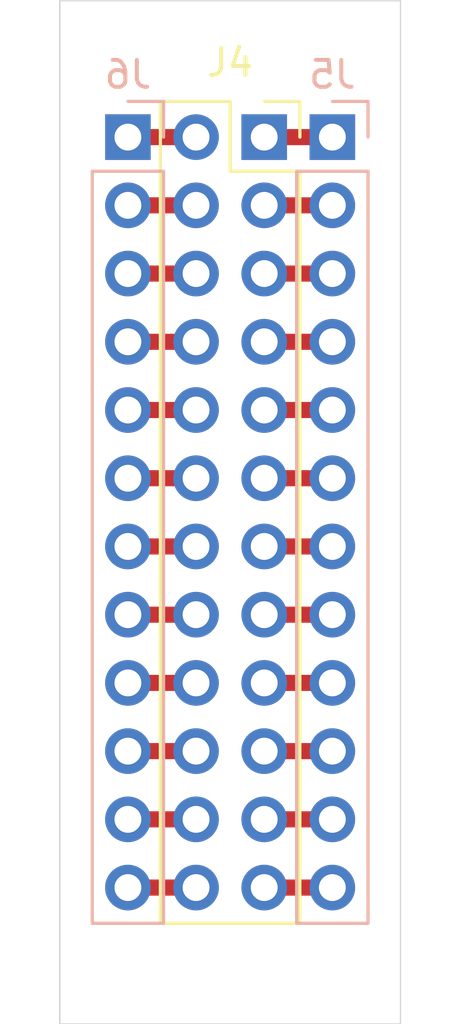
<source format=kicad_pcb>
(kicad_pcb (version 20241229) (generator "pcbnew") (generator_version "9.0")
  (layers (0 "F.Cu" signal) (2 "B.Cu" signal) (13 "F.Paste" user) (15 "B.Paste" user) (5 "F.SilkS" user "F.Silkscreen") (7 "B.SilkS" user "B.Silkscreen") (1 "F.Mask" user) (3 "B.Mask" user) (25 "Edge.Cuts" user))
  (net 0 "")
  (net 1 "Net-(J4-Pin_1)")
  (net 2 "Net-(J4-Pin_19)")
  (net 3 "Net-(J4-Pin_22)")
  (net 4 "Net-(J4-Pin_12)")
  (net 5 "Net-(J4-Pin_7)")
  (net 6 "Net-(J4-Pin_14)")
  (net 7 "Net-(J4-Pin_23)")
  (net 8 "Net-(J4-Pin_15)")
  (net 9 "Net-(J4-Pin_3)")
  (net 10 "Net-(J4-Pin_4)")
  (net 11 "Net-(J4-Pin_8)")
  (net 12 "Net-(J4-Pin_16)")
  (net 13 "Net-(J4-Pin_6)")
  (net 14 "Net-(J4-Pin_5)")
  (net 15 "Net-(J4-Pin_21)")
  (net 16 "Net-(J4-Pin_10)")
  (net 17 "Net-(J4-Pin_11)")
  (net 18 "Net-(J4-Pin_13)")
  (net 19 "Net-(J4-Pin_20)")
  (net 20 "Net-(J4-Pin_17)")
  (net 21 "Net-(J4-Pin_24)")
  (net 22 "Net-(J4-Pin_9)")
  (net 23 "Net-(J4-Pin_18)")
  (net 24 "Net-(J4-Pin_2)")
  (footprint "Connector_PinSocket_2.54mm:PinSocket_2x12_P2.54mm_Vertical" (layer "F.Cu") (at 182.88 68.58)
    (property "Reference" "J4" (at -1.27 -2.77 0) (layer "F.SilkS"))
    (property "Value" "Conn_02x12_Odd_Even")
    (fp_line (start -3.87 -1.33) (end -3.87 29.27) (stroke (width 0.12)) (layer "F.SilkS"))
    (fp_line (start -3.87 -1.33) (end -1.27 -1.33) (stroke (width 0.12)) (layer "F.SilkS"))
    (fp_line (start -3.87 29.27) (end 1.33 29.27) (stroke (width 0.12)) (layer "F.SilkS"))
    (fp_line (start -1.27 -1.33) (end -1.27 1.27) (stroke (width 0.12)) (layer "F.SilkS"))
    (fp_line (start -1.27 1.27) (end 1.33 1.27) (stroke (width 0.12)) (layer "F.SilkS"))
    (fp_line (start 0 -1.33) (end 1.33 -1.33) (stroke (width 0.12)) (layer "F.SilkS"))
    (fp_line (start 1.33 -1.33) (end 1.33 0) (stroke (width 0.12)) (layer "F.SilkS"))
    (fp_line (start 1.33 1.27) (end 1.33 29.27) (stroke (width 0.12)) (layer "F.SilkS"))
    (pad "1" thru_hole rect (at 0 0) (size 1.7 1.7) (drill 1) (layers "*.Cu" "*.Mask") (net 1 "Net-(J4-Pin_1)"))
    (pad "2" thru_hole oval (at -2.54 0) (size 1.7 1.7) (drill 1) (layers "*.Cu" "*.Mask") (net 24 "Net-(J4-Pin_2)"))
    (pad "3" thru_hole oval (at 0 2.54) (size 1.7 1.7) (drill 1) (layers "*.Cu" "*.Mask") (net 9 "Net-(J4-Pin_3)"))
    (pad "4" thru_hole oval (at -2.54 2.54) (size 1.7 1.7) (drill 1) (layers "*.Cu" "*.Mask") (net 10 "Net-(J4-Pin_4)"))
    (pad "5" thru_hole oval (at 0 5.08) (size 1.7 1.7) (drill 1) (layers "*.Cu" "*.Mask") (net 14 "Net-(J4-Pin_5)"))
    (pad "6" thru_hole oval (at -2.54 5.08) (size 1.7 1.7) (drill 1) (layers "*.Cu" "*.Mask") (net 13 "Net-(J4-Pin_6)"))
    (pad "7" thru_hole oval (at 0 7.62) (size 1.7 1.7) (drill 1) (layers "*.Cu" "*.Mask") (net 5 "Net-(J4-Pin_7)"))
    (pad "8" thru_hole oval (at -2.54 7.62) (size 1.7 1.7) (drill 1) (layers "*.Cu" "*.Mask") (net 11 "Net-(J4-Pin_8)"))
    (pad "9" thru_hole oval (at 0 10.16) (size 1.7 1.7) (drill 1) (layers "*.Cu" "*.Mask") (net 22 "Net-(J4-Pin_9)"))
    (pad "10" thru_hole oval (at -2.54 10.16) (size 1.7 1.7) (drill 1) (layers "*.Cu" "*.Mask") (net 16 "Net-(J4-Pin_10)"))
    (pad "11" thru_hole oval (at 0 12.7) (size 1.7 1.7) (drill 1) (layers "*.Cu" "*.Mask") (net 17 "Net-(J4-Pin_11)"))
    (pad "12" thru_hole oval (at -2.54 12.7) (size 1.7 1.7) (drill 1) (layers "*.Cu" "*.Mask") (net 4 "Net-(J4-Pin_12)"))
    (pad "13" thru_hole oval (at 0 15.24) (size 1.7 1.7) (drill 1) (layers "*.Cu" "*.Mask") (net 18 "Net-(J4-Pin_13)"))
    (pad "14" thru_hole oval (at -2.54 15.24) (size 1.7 1.7) (drill 1) (layers "*.Cu" "*.Mask") (net 6 "Net-(J4-Pin_14)"))
    (pad "15" thru_hole oval (at 0 17.78) (size 1.7 1.7) (drill 1) (layers "*.Cu" "*.Mask") (net 8 "Net-(J4-Pin_15)"))
    (pad "16" thru_hole oval (at -2.54 17.78) (size 1.7 1.7) (drill 1) (layers "*.Cu" "*.Mask") (net 12 "Net-(J4-Pin_16)"))
    (pad "17" thru_hole oval (at 0 20.32) (size 1.7 1.7) (drill 1) (layers "*.Cu" "*.Mask") (net 20 "Net-(J4-Pin_17)"))
    (pad "18" thru_hole oval (at -2.54 20.32) (size 1.7 1.7) (drill 1) (layers "*.Cu" "*.Mask") (net 23 "Net-(J4-Pin_18)"))
    (pad "19" thru_hole oval (at 0 22.86) (size 1.7 1.7) (drill 1) (layers "*.Cu" "*.Mask") (net 2 "Net-(J4-Pin_19)"))
    (pad "20" thru_hole oval (at -2.54 22.86) (size 1.7 1.7) (drill 1) (layers "*.Cu" "*.Mask") (net 19 "Net-(J4-Pin_20)"))
    (pad "21" thru_hole oval (at 0 25.4) (size 1.7 1.7) (drill 1) (layers "*.Cu" "*.Mask") (net 15 "Net-(J4-Pin_21)"))
    (pad "22" thru_hole oval (at -2.54 25.4) (size 1.7 1.7) (drill 1) (layers "*.Cu" "*.Mask") (net 3 "Net-(J4-Pin_22)"))
    (pad "23" thru_hole oval (at 0 27.94) (size 1.7 1.7) (drill 1) (layers "*.Cu" "*.Mask") (net 7 "Net-(J4-Pin_23)"))
    (pad "24" thru_hole oval (at -2.54 27.94) (size 1.7 1.7) (drill 1) (layers "*.Cu" "*.Mask") (net 21 "Net-(J4-Pin_24)"))
  )
  (footprint "Connector_PinHeader_2.54mm:PinHeader_1x12_P2.54mm_Vertical" (layer "B.Cu") (at 177.8 68.58 180)
    (property "Reference" "J6" (at 0 2.33 0) (layer "B.SilkS") (effects (justify mirror)))
    (property "Value" "Conn_01x12")
    (fp_line (start 1.33 -1.27) (end 1.33 -29.27) (stroke (width 0.12)) (layer "B.SilkS"))
    (fp_line (start -1.33 1.33) (end 0 1.33) (stroke (width 0.12)) (layer "B.SilkS"))
    (fp_line (start -1.33 0) (end -1.33 1.33) (stroke (width 0.12)) (layer "B.SilkS"))
    (fp_line (start -1.33 -1.27) (end 1.33 -1.27) (stroke (width 0.12)) (layer "B.SilkS"))
    (fp_line (start -1.33 -1.27) (end -1.33 -29.27) (stroke (width 0.12)) (layer "B.SilkS"))
    (fp_line (start -1.33 -29.27) (end 1.33 -29.27) (stroke (width 0.12)) (layer "B.SilkS"))
    (pad "1" thru_hole rect (at 0 0 180) (size 1.7 1.7) (drill 1) (layers "*.Cu" "*.Mask") (net 1 "Net-(J4-Pin_1)"))
    (pad "2" thru_hole oval (at 0 -2.54 180) (size 1.7 1.7) (drill 1) (layers "*.Cu" "*.Mask") (net 9 "Net-(J4-Pin_3)"))
    (pad "3" thru_hole oval (at 0 -5.08 180) (size 1.7 1.7) (drill 1) (layers "*.Cu" "*.Mask") (net 14 "Net-(J4-Pin_5)"))
    (pad "4" thru_hole oval (at 0 -7.62 180) (size 1.7 1.7) (drill 1) (layers "*.Cu" "*.Mask") (net 5 "Net-(J4-Pin_7)"))
    (pad "5" thru_hole oval (at 0 -10.16 180) (size 1.7 1.7) (drill 1) (layers "*.Cu" "*.Mask") (net 22 "Net-(J4-Pin_9)"))
    (pad "6" thru_hole oval (at 0 -12.7 180) (size 1.7 1.7) (drill 1) (layers "*.Cu" "*.Mask") (net 17 "Net-(J4-Pin_11)"))
    (pad "7" thru_hole oval (at 0 -15.24 180) (size 1.7 1.7) (drill 1) (layers "*.Cu" "*.Mask") (net 18 "Net-(J4-Pin_13)"))
    (pad "8" thru_hole oval (at 0 -17.78 180) (size 1.7 1.7) (drill 1) (layers "*.Cu" "*.Mask") (net 8 "Net-(J4-Pin_15)"))
    (pad "9" thru_hole oval (at 0 -20.32 180) (size 1.7 1.7) (drill 1) (layers "*.Cu" "*.Mask") (net 20 "Net-(J4-Pin_17)"))
    (pad "10" thru_hole oval (at 0 -22.86 180) (size 1.7 1.7) (drill 1) (layers "*.Cu" "*.Mask") (net 2 "Net-(J4-Pin_19)"))
    (pad "11" thru_hole oval (at 0 -25.4 180) (size 1.7 1.7) (drill 1) (layers "*.Cu" "*.Mask") (net 15 "Net-(J4-Pin_21)"))
    (pad "12" thru_hole oval (at 0 -27.94 180) (size 1.7 1.7) (drill 1) (layers "*.Cu" "*.Mask") (net 7 "Net-(J4-Pin_23)"))
  )
  (footprint "Connector_PinHeader_2.54mm:PinHeader_1x12_P2.54mm_Vertical" (layer "B.Cu") (at 185.42 68.58 180)
    (property "Reference" "J5" (at 0 2.33 0) (layer "B.SilkS") (effects (justify mirror)))
    (property "Value" "Conn_01x12")
    (fp_line (start 1.33 -1.27) (end 1.33 -29.27) (stroke (width 0.12)) (layer "B.SilkS"))
    (fp_line (start -1.33 1.33) (end 0 1.33) (stroke (width 0.12)) (layer "B.SilkS"))
    (fp_line (start -1.33 0) (end -1.33 1.33) (stroke (width 0.12)) (layer "B.SilkS"))
    (fp_line (start -1.33 -1.27) (end 1.33 -1.27) (stroke (width 0.12)) (layer "B.SilkS"))
    (fp_line (start -1.33 -1.27) (end -1.33 -29.27) (stroke (width 0.12)) (layer "B.SilkS"))
    (fp_line (start -1.33 -29.27) (end 1.33 -29.27) (stroke (width 0.12)) (layer "B.SilkS"))
    (pad "1" thru_hole rect (at 0 0 180) (size 1.7 1.7) (drill 1) (layers "*.Cu" "*.Mask") (net 24 "Net-(J4-Pin_2)"))
    (pad "2" thru_hole oval (at 0 -2.54 180) (size 1.7 1.7) (drill 1) (layers "*.Cu" "*.Mask") (net 10 "Net-(J4-Pin_4)"))
    (pad "3" thru_hole oval (at 0 -5.08 180) (size 1.7 1.7) (drill 1) (layers "*.Cu" "*.Mask") (net 13 "Net-(J4-Pin_6)"))
    (pad "4" thru_hole oval (at 0 -7.62 180) (size 1.7 1.7) (drill 1) (layers "*.Cu" "*.Mask") (net 11 "Net-(J4-Pin_8)"))
    (pad "5" thru_hole oval (at 0 -10.16 180) (size 1.7 1.7) (drill 1) (layers "*.Cu" "*.Mask") (net 16 "Net-(J4-Pin_10)"))
    (pad "6" thru_hole oval (at 0 -12.7 180) (size 1.7 1.7) (drill 1) (layers "*.Cu" "*.Mask") (net 4 "Net-(J4-Pin_12)"))
    (pad "7" thru_hole oval (at 0 -15.24 180) (size 1.7 1.7) (drill 1) (layers "*.Cu" "*.Mask") (net 6 "Net-(J4-Pin_14)"))
    (pad "8" thru_hole oval (at 0 -17.78 180) (size 1.7 1.7) (drill 1) (layers "*.Cu" "*.Mask") (net 12 "Net-(J4-Pin_16)"))
    (pad "9" thru_hole oval (at 0 -20.32 180) (size 1.7 1.7) (drill 1) (layers "*.Cu" "*.Mask") (net 23 "Net-(J4-Pin_18)"))
    (pad "10" thru_hole oval (at 0 -22.86 180) (size 1.7 1.7) (drill 1) (layers "*.Cu" "*.Mask") (net 19 "Net-(J4-Pin_20)"))
    (pad "11" thru_hole oval (at 0 -25.4 180) (size 1.7 1.7) (drill 1) (layers "*.Cu" "*.Mask") (net 3 "Net-(J4-Pin_22)"))
    (pad "12" thru_hole oval (at 0 -27.94 180) (size 1.7 1.7) (drill 1) (layers "*.Cu" "*.Mask") (net 21 "Net-(J4-Pin_24)"))
  )
  (gr_rect (start 175.26 63.5) (end 187.96 101.6) (stroke (width 0.05)) (fill no) (layer "Edge.Cuts"))
  (segment (start 180.34 68.58) (end 177.8 68.58) (width 0.6) (layer "F.Cu") (net 1))
  (segment (start 180.34 91.44) (end 177.8 91.44) (width 0.6) (layer "F.Cu") (net 2))
  (segment (start 180.34 93.98) (end 177.8 93.98) (width 0.6) (layer "F.Cu") (net 3))
  (segment (start 182.88 81.28) (end 185.42 81.28) (width 0.6) (layer "F.Cu") (net 4))
  (segment (start 180.34 76.2) (end 177.8 76.2) (width 0.6) (layer "F.Cu") (net 5))
  (segment (start 182.88 83.82) (end 185.42 83.82) (width 0.6) (layer "F.Cu") (net 6))
  (segment (start 182.88 96.52) (end 185.42 96.52) (width 0.6) (layer "F.Cu") (net 7))
  (segment (start 180.34 86.36) (end 177.8 86.36) (width 0.6) (layer "F.Cu") (net 8))
  (segment (start 180.34 71.12) (end 177.8 71.12) (width 0.6) (layer "F.Cu") (net 9))
  (segment (start 182.88 71.12) (end 185.42 71.12) (width 0.6) (layer "F.Cu") (net 10))
  (segment (start 182.88 76.2) (end 185.42 76.2) (width 0.6) (layer "F.Cu") (net 11))
  (segment (start 182.88 86.36) (end 185.42 86.36) (width 0.6) (layer "F.Cu") (net 12))
  (segment (start 182.88 73.66) (end 185.42 73.66) (width 0.6) (layer "F.Cu") (net 13))
  (segment (start 180.34 73.66) (end 177.8 73.66) (width 0.6) (layer "F.Cu") (net 14))
  (segment (start 182.88 93.98) (end 185.42 93.98) (width 0.6) (layer "F.Cu") (net 15))
  (segment (start 182.88 78.74) (end 185.42 78.74) (width 0.6) (layer "F.Cu") (net 16))
  (segment (start 180.34 81.28) (end 177.8 81.28) (width 0.6) (layer "F.Cu") (net 17))
  (segment (start 180.34 83.82) (end 177.8 83.82) (width 0.6) (layer "F.Cu") (net 18))
  (segment (start 182.88 91.44) (end 185.42 91.44) (width 0.6) (layer "F.Cu") (net 19))
  (segment (start 180.34 88.9) (end 177.8 88.9) (width 0.6) (layer "F.Cu") (net 20))
  (segment (start 180.34 96.52) (end 177.8 96.52) (width 0.6) (layer "F.Cu") (net 21))
  (segment (start 180.34 78.74) (end 177.8 78.74) (width 0.6) (layer "F.Cu") (net 22))
  (segment (start 182.88 88.9) (end 185.42 88.9) (width 0.6) (layer "F.Cu") (net 23))
  (segment (start 182.88 68.58) (end 185.42 68.58) (width 0.6) (layer "F.Cu") (net 24))
)
</source>
